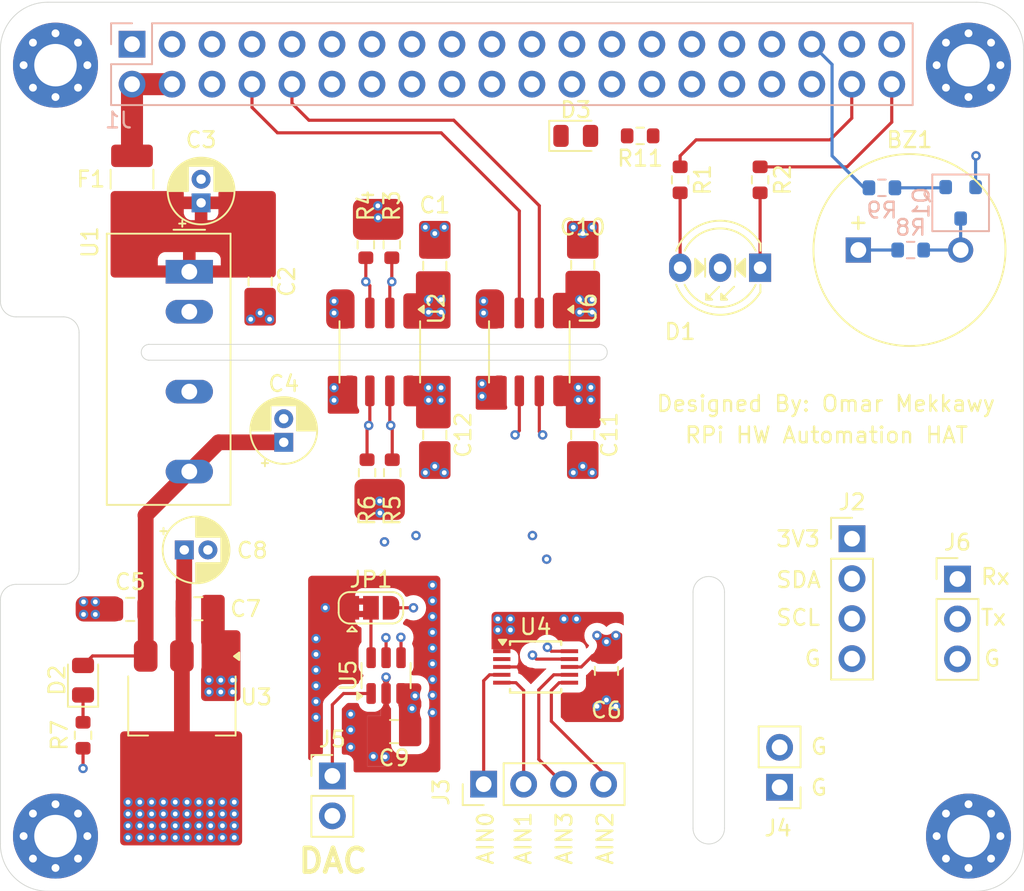
<source format=kicad_pcb>
(kicad_pcb (version 20240108) (generator "pcbnew") (generator_version "8.0")
  (layers (0 "F.Cu" signal) (1 "In1.Cu" power) (2 "In2.Cu" power) (31 "B.Cu" signal) (34 "B.Paste" user) (35 "F.Paste" user) (36 "B.SilkS" user "B.Silkscreen") (37 "F.SilkS" user "F.Silkscreen") (38 "B.Mask" user) (39 "F.Mask" user) (44 "Edge.Cuts" user))
  (net 0 "")
  (net 1 "+3.3V")
  (net 2 "Net-(Q1-C)")
  (net 3 "GND")
  (net 4 "Net-(U1-Vin)")
  (net 5 "/5V_ISO")
  (net 6 "GND1")
  (net 7 "/3V3_ISO")
  (net 8 "Net-(D1-A1)")
  (net 9 "Net-(D1-A2)")
  (net 10 "Net-(D2-K)")
  (net 11 "Net-(D3-A)")
  (net 12 "+5V")
  (net 15 "/SDA")
  (net 16 "/UART_Tx")
  (net 17 "/BUZZER")
  (net 20 "/UART_Rx")
  (net 25 "/SCL")
  (net 31 "/LED_R")
  (net 34 "/LED_G")
  (net 41 "/SCL_ISO")
  (net 42 "/SDA_ISO")
  (net 43 "/ADC_AIN1")
  (net 44 "/ADC_AIN2")
  (net 45 "/ADC_AIN0")
  (net 46 "/ADC_AIN3")
  (net 47 "/DAC_OUT")
  (net 48 "Net-(JP1-C)")
  (net 49 "Net-(Q1-B)")
  (net 50 "/LED_O")
  (net 52 "/UART_Rx_ISO")
  (net 53 "/UART_Tx_ISO")
  (footprint "Capacitor_SMD:C_0805_2012Metric" (layer "F.Cu") (at 127.595 71 -90)
    (property "Reference" "C12")
    (property "Value" "100n")
  )
  (footprint "Capacitor_SMD:C_0805_2012Metric" (layer "F.Cu") (at 125.008 89.856 180)
    (property "Reference" "C9")
    (property "Value" "100n")
  )
  (footprint "MountingHole:MountingHole_2.7mm_M2.5_Pad_Via" (layer "F.Cu") (at 103.5 47.5)
    (property "Reference" "REF**" (hide yes))
    (property "Value" "MountingHole_2.7mm_M2.5_Pad_Via" (hide yes))
  )
  (footprint "Buzzer_Beeper:MagneticBuzzer_ProSignal_ABT-410-RC" (layer "F.Cu") (at 154.5 59.25)
    (property "Reference" "BZ1")
    (property "Value" "Buzzer_5V")
  )
  (footprint "MountingHole:MountingHole_2.7mm_M2.5_Pad_Via" (layer "F.Cu") (at 161.5 96.5)
    (property "Reference" "REF**" (hide yes))
    (property "Value" "MountingHole_2.7mm_M2.5_Pad_Via" (hide yes))
  )
  (footprint "Capacitor_SMD:C_0805_2012Metric" (layer "F.Cu") (at 127.595 60.2525 90)
    (property "Reference" "C1")
    (property "Value" "100n")
  )
  (footprint "Resistor_SMD:R_0603_1608Metric" (layer "F.Cu") (at 123.292025 73.403603 90)
    (property "Reference" "R6")
    (property "Value" "10k")
  )
  (footprint "Resistor_SMD:R_0603_1608Metric" (layer "F.Cu") (at 123.214 58.915 -90)
    (property "Reference" "R4")
    (property "Value" "10k")
  )
  (footprint "LED_SMD:LED_0805_2012Metric" (layer "F.Cu") (at 136.55 51.994)
    (property "Reference" "D3")
    (property "Value" "LED")
  )
  (footprint "Package_SO:SOIC-8_3.9x4.9mm_P1.27mm" (layer "F.Cu") (at 124.103 65.725 -90)
    (property "Reference" "U2")
    (property "Value" "ADuM1250ARZ" (hide yes))
  )
  (footprint "Package_TO_SOT_SMD:SOT-23-6" (layer "F.Cu") (at 124.5 86.3 90)
    (property "Reference" "U5")
    (property "Value" "MCP4725xxx-xCH")
  )
  (footprint "PCM_LED_THT_AKL:LED_D5.0mm-3_CC" (layer "F.Cu") (at 148.26 60.376 180)
    (property "Reference" "D1")
    (property "Value" "LED_Dual_AKA" (hide yes))
  )
  (footprint "Resistor_SMD:R_0603_1608Metric" (layer "F.Cu") (at 148.26 54.788 -90)
    (property "Reference" "R2")
    (property "Value" "220R")
  )
  (footprint "Package_SO:SOIC-8_3.9x4.9mm_P1.27mm" (layer "F.Cu") (at 133.6 65.725 -90)
    (property "Reference" "U6")
    (property "Value" "ADuM1201AR" (hide yes))
  )
  (footprint "Package_SO:TSSOP-10_3x3mm_P0.5mm" (layer "F.Cu") (at 134 85.75)
    (property "Reference" "U4")
    (property "Value" "ADS1115IDGS")
  )
  (footprint "Package_TO_SOT_SMD:SOT-223-3_TabPin2" (layer "F.Cu") (at 111.53 88.2 -90)
    (property "Reference" "U3")
    (property "Value" "AMS1117-3.3")
  )
  (footprint "Connector_PinHeader_2.54mm:PinHeader_1x04_P2.54mm_Vertical" (layer "F.Cu") (at 130.7 93.2 90)
    (property "Reference" "J3")
    (property "Value" "Conn_01x04_Male")
  )
  (footprint "Connector_PinHeader_2.54mm:PinHeader_1x03_P2.54mm_Vertical" (layer "F.Cu") (at 160.8 80.16)
    (property "Reference" "J6")
    (property "Value" "Conn_01x03")
  )
  (footprint "Resistor_SMD:R_0603_1608Metric" (layer "F.Cu") (at 124.865 58.915 -90)
    (property "Reference" "R3")
    (property "Value" "10k")
  )
  (footprint "Capacitor_THT:CP_Radial_D4.0mm_P1.50mm" (layer "F.Cu") (at 118 71.472599 90)
    (property "Reference" "C4")
    (property "Value" "10u")
  )
  (footprint "MountingHole:MountingHole_2.7mm_M2.5_Pad_Via" (layer "F.Cu") (at 161.5 47.5)
    (property "Reference" "REF**" (hide yes))
    (property "Value" "MountingHole_2.7mm_M2.5_Pad_Via" (hide yes))
  )
  (footprint "Resistor_SMD:R_0603_1608Metric" (layer "F.Cu") (at 143.18 54.788 -90)
    (property "Reference" "R1")
    (property "Value" "220R")
  )
  (footprint "MountingHole:MountingHole_2.7mm_M2.5_Pad_Via" (layer "F.Cu") (at 103.5 96.5)
    (property "Reference" "REF**" (hide yes))
    (property "Value" "MountingHole_2.7mm_M2.5_Pad_Via" (hide yes))
  )
  (footprint "LED_SMD:LED_0805_2012Metric" (layer "F.Cu") (at 105.25 86.5917 90)
    (property "Reference" "D2")
    (property "Value" "LED")
  )
  (footprint "Capacitor_SMD:C_0805_2012Metric" (layer "F.Cu") (at 116.5 61.25 -90)
    (property "Reference" "C2")
    (property "Value" "100n")
  )
  (footprint "Capacitor_SMD:C_0805_2012Metric" (layer "F.Cu") (at 136.995 60.2 90)
    (property "Reference" "C10")
    (property "Value" "100n")
  )
  (footprint "Fuse:Fuse_1210_3225Metric_Pad1.42x2.65mm_HandSolder" (layer "F.Cu") (at 108.360689 54.75 -90)
    (property "Reference" "F1")
    (property "Value" "Polyfuse" (hide yes))
  )
  (footprint "Connector_PinHeader_2.54mm:PinHeader_1x02_P2.54mm_Vertical" (layer "F.Cu") (at 121.0875 92.675)
    (property "Reference" "J5")
    (property "Value" "Conn_01x02_Male")
  )
  (footprint "Resistor_SMD:R_0603_1608Metric" (layer "F.Cu") (at 140.64 51.994 180)
    (property "Reference" "R11")
    (property "Value" "220R")
  )
  (footprint "Capacitor_THT:CP_Radial_D4.0mm_P1.50mm" (layer "F.Cu") (at 112.75 56.25 90)
    (property "Reference" "C3")
    (property "Value" "10u")
  )
  (footprint "Connector_PinHeader_2.54mm:PinHeader_1x04_P2.54mm_Vertical" (layer "F.Cu") (at 154.1 77.6)
    (property "Reference" "J2")
    (property "Value" "Conn_01x04_Male")
  )
  (footprint "Resistor_SMD:R_0603_1608Metric" (layer "F.Cu") (at 105.25 90.0917 90)
    (property "Reference" "R7")
    (property "Value" "220R")
  )
  (footprint "Capacitor_SMD:C_0805_2012Metric" (layer "F.Cu") (at 108.25 82.0917 180)
    (property "Reference" "C5")
    (property "Value" "100n")
  )
  (footprint "Resistor_SMD:R_0603_1608Metric" (layer "F.Cu") (at 124.892025 73.403603 90)
    (property "Reference" "R5")
    (property "Value" "10k")
  )
  (footprint "Capacitor_SMD:C_0805_2012Metric" (layer "F.Cu") (at 136.995 71 -90)
    (property "Reference" "C11")
    (property "Value" "100n")
  )
  (footprint "Capacitor_SMD:C_0805_2012Metric" (layer "F.Cu") (at 138.5 86 -90)
    (property "Reference" "C6")
    (property "Value" "100n")
  )
  (footprint "Capacitor_SMD:C_0805_2012Metric" (layer "F.Cu") (at 112.58 82.05)
    (property "Reference" "C7")
    (property "Value" "100n")
  )
  (footprint "Converter_DCDC:Converter_DCDC_TRACO_TMR-1-xxxx_Single_THT" (layer "F.Cu") (at 112 60.63 -90)
    (property "Reference" "U1")
    (property "Value" "B0505LS-1WR3")
  )
  (footprint "Capacitor_THT:CP_Radial_D4.0mm_P1.50mm" (layer "F.Cu") (at 111.6814 78.312)
    (property "Reference" "C8")
    (property "Value" "1u")
  )
  (footprint "Jumper:SolderJumper-3_P1.3mm_Bridged2Bar12_RoundedPad1.0x1.5mm" (layer "F.Cu") (at 123.539098 81.988371)
    (property "Reference" "JP1")
    (property "Value" "SolderJumper_3_Bridged12")
  )
  (footprint "Connector_PinHeader_2.54mm:PinHeader_1x02_P2.54mm_Vertical" (layer "F.Cu") (at 149.5 93.4 180)
    (property "Reference" "J4")
    (property "Value" "Conn_01x02_Male")
  )
  (footprint "Resistor_SMD:R_0603_1608Metric" (layer "B.Cu") (at 157.825 59.25 180)
    (property "Reference" "R8")
    (property "Value" "1k")
  )
  (footprint "PCM_Package_TO_SOT_SMD_AKL:SOT-23" (layer "B.Cu") (at 161 56.25 -90)
    (property "Reference" "Q1")
    (property "Value" "MMBT3904" (hide yes))
  )
  (footprint "Resistor_SMD:R_0603_1608Metric" (layer "B.Cu") (at 156 55.296)
    (property "Reference" "R9")
    (property "Value" "1k")
  )
  (footprint "Connector_PinHeader_2.54mm:PinHeader_2x20_P2.54mm_Vertical" (layer "B.Cu") (at 132.5 47.5)
    (property "Reference" "J1")
    (property "Value" "Raspberry_Pi_2_3" (hide yes))
  )
  (gr_arc (start 103 100) (mid 100.87868 99.12132) (end 100 97) (stroke (width 0.05)) (layer "Edge.Cuts"))
  (gr_line (start 109.371 66.25) (end 138.05 66.25) (stroke (width 0.05)) (layer "Edge.Cuts"))
  (gr_line (start 144 81) (end 144 96) (stroke (width 0.05)) (layer "Edge.Cuts"))
  (gr_line (start 100 97) (end 100 81.5) (stroke (width 0.05)) (layer "Edge.Cuts"))
  (gr_arc (start 105 79.5) (mid 104.707106 80.207106) (end 104 80.5) (stroke (width 0.05)) (layer "Edge.Cuts"))
  (gr_arc (start 138.05 65.25) (mid 138.55 65.75) (end 138.05 66.25) (stroke (width 0.05)) (layer "Edge.Cuts"))
  (gr_line (start 165 97) (end 165 46.5) (stroke (width 0.05)) (layer "Edge.Cuts"))
  (gr_arc (start 162 43.5) (mid 164.12132 44.37868) (end 165 46.5) (stroke (width 0.05)) (layer "Edge.Cuts"))
  (gr_line (start 146 96) (end 146 81) (stroke (width 0.05)) (layer "Edge.Cuts"))
  (gr_line (start 162 43.5) (end 103 43.5) (stroke (width 0.05)) (layer "Edge.Cuts"))
  (gr_line (start 105 64.5) (end 105 79.5) (stroke (width 0.05)) (layer "Edge.Cuts"))
  (gr_arc (start 165 97) (mid 164.12132 99.12132) (end 162 100) (stroke (width 0.05)) (layer "Edge.Cuts"))
  (gr_line (start 138.05 65.25) (end 109.371 65.25) (stroke (width 0.05)) (layer "Edge.Cuts"))
  (gr_arc (start 144 81) (mid 145 80) (end 146 81) (stroke (width 0.05)) (layer "Edge.Cuts"))
  (gr_line (start 101 80.5) (end 104 80.5) (stroke (width 0.05)) (layer "Edge.Cuts"))
  (gr_line (start 103 100) (end 162 100) (stroke (width 0.05)) (layer "Edge.Cuts"))
  (gr_arc (start 146 96) (mid 145 97) (end 144 96) (stroke (width 0.05)) (layer "Edge.Cuts"))
  (gr_arc (start 100 46.5) (mid 100.87868 44.37868) (end 103 43.5) (stroke (width 0.05)) (layer "Edge.Cuts"))
  (gr_line (start 100 62.5) (end 100 46.5) (stroke (width 0.05)) (layer "Edge.Cuts"))
  (gr_arc (start 100 81.5) (mid 100.292893 80.792893) (end 101 80.5) (stroke (width 0.05)) (layer "Edge.Cuts"))
  (gr_arc (start 104 63.5) (mid 104.707107 63.792893) (end 105 64.5) (stroke (width 0.05)) (layer "Edge.Cuts"))
  (gr_arc (start 101 63.5) (mid 100.292892 63.207107) (end 100 62.5) (stroke (width 0.05)) (layer "Edge.Cuts"))
  (gr_arc (start 109.45 66.25) (mid 108.95 65.75) (end 109.45 65.25) (stroke (width 0.05)) (layer "Edge.Cuts"))
  (gr_line (start 104 63.5) (end 101 63.5) (stroke (width 0.05)) (layer "Edge.Cuts"))
  (gr_text "Rx" (at 162.2 80.6 0) (layer "F.SilkS") (effects (font (size 1 1)) (justify left bottom)))
  (gr_text "RPi HW Automation HAT" (at 143.4 71.6 0) (layer "F.SilkS") (effects (font (size 1 1)) (justify left bottom)))
  (gr_text "G" (at 162.4 85.8 0) (layer "F.SilkS") (effects (font (size 1 1)) (justify left bottom)))
  (gr_text "AIN1" (at 133.8 98.4 90) (layer "F.SilkS") (effects (font (size 1 1)) (justify left bottom)))
  (gr_text "G" (at 151 85.8 0) (layer "F.SilkS") (effects (font (size 1 1)) (justify left bottom)))
  (gr_text "SDA" (at 149.2 80.8 0) (layer "F.SilkS") (effects (font (size 1 1)) (justify left bottom)))
  (gr_text "SCL" (at 149.2 83.2 0) (layer "F.SilkS") (effects (font (size 1 1)) (justify left bottom)))
  (gr_text "AIN0" (at 131.4 98.4 90) (layer "F.SilkS") (effects (font (size 1 1)) (justify left bottom)))
  (gr_text "3V3" (at 149.2 78.2 0) (layer "F.SilkS") (effects (font (size 1 1)) (justify left bottom)))
  (gr_text "AIN3" (at 136.4 98.4 90) (layer "F.SilkS") (effects (font (size 1 1)) (justify left bottom)))
  (gr_text "AIN2" (at 139 98.4 90) (layer "F.SilkS") (effects (font (size 1 1)) (justify left bottom)))
  (gr_text "G" (at 151.4 94 0) (layer "F.SilkS") (effects (font (size 1 1)) (justify left bottom)))
  (gr_text "G" (at 151.4 91.4 0) (layer "F.SilkS") (effects (font (size 1 1)) (justify left bottom)))
  (gr_text "Designed By: Omar Mekkawy" (at 141.6 69.6 0) (layer "F.SilkS") (effects (font (size 1 1)) (justify left bottom)))
  (gr_text "DAC" (at 118.7875 98.95 0) (layer "F.SilkS") (effects (font (size 1.5 1.5) (thickness 0.3) (bold yes)) (justify left bottom)))
  (gr_text "Tx" (at 162.2 83.2 0) (layer "F.SilkS") (effects (font (size 1 1)) (justify left bottom)))
  (via (at 137.595 62.4) (size 0.6) (drill 0.3) (layers "F.Cu" "B.Cu") (net 1))
  (via (at 127.995 62.4) (size 0.6) (drill 0.3) (layers "F.Cu" "B.Cu") (net 1))
  (via (at 136.795 63.2) (size 0.6) (drill 0.3) (layers "F.Cu" "B.Cu") (net 1))
  (via (at 136.795 62.4) (size 0.6) (drill 0.3) (layers "F.Cu" "B.Cu") (net 1))
  (via (at 123.995 57.2) (size 0.6) (drill 0.3) (layers "F.Cu" "B.Cu") (net 1))
  (via (at 127.995 63.2) (size 0.6) (drill 0.3) (layers "F.Cu" "B.Cu") (net 1))
  (via (at 123.976 56.439) (size 0.6) (drill 0.3) (layers "F.Cu" "B.Cu") (net 1))
  (via (at 127.195 62.4) (size 0.6) (drill 0.3) (layers "F.Cu" "B.Cu") (net 1))
  (via (at 127.195 63.2) (size 0.6) (drill 0.3) (layers "F.Cu" "B.Cu") (net 1))
  (via (at 137.595 63.2) (size 0.6) (drill 0.3) (layers "F.Cu" "B.Cu") (net 1))
  (segment (start 154.5 59.25) (end 157 59.25) (width 0.2) (layer "B.Cu") (net 1))
  (segment (start 158.65 59.25) (end 161 59.25) (width 0.2) (layer "B.Cu") (net 2))
  (segment (start 161 57.25) (end 161 59.25) (width 0.2) (layer "B.Cu") (net 2))
  (via (at 127.595 58.2) (size 0.6) (drill 0.3) (layers "F.Cu" "B.Cu") (net 3))
  (via (at 161.976 53.264) (size 0.6) (drill 0.3) (layers "F.Cu" "B.Cu") (net 3))
  (via (at 121.195 63.25) (size 0.6) (drill 0.3) (layers "F.Cu" "B.Cu") (net 3))
  (via (at 116.5 63.25) (size 0.6) (drill 0.3) (layers "F.Cu" "B.Cu") (net 3))
  (via (at 128.195 57.8) (size 0.6) (drill 0.3) (layers "F.Cu" "B.Cu") (net 3))
  (via (at 121.195 62.5) (size 0.6) (drill 0.3) (layers "F.Cu" "B.Cu") (net 3))
  (via (at 115.9 63.65) (size 0.6) (drill 0.3) (layers "F.Cu" "B.Cu") (net 3))
  (via (at 117.1 63.65) (size 0.6) (drill 0.3) (layers "F.Cu" "B.Cu") (net 3))
  (via (at 126.995 57.8) (size 0.6) (drill 0.3) (layers "F.Cu" "B.Cu") (net 3))
  (via (at 130.695 62.5) (size 0.6) (drill 0.3) (layers "F.Cu" "B.Cu") (net 3))
  (via (at 136.395 57.8) (size 0.6) (drill 0.3) (layers "F.Cu" "B.Cu") (net 3))
  (via (at 130.695 63.25) (size 0.6) (drill 0.3) (layers "F.Cu" "B.Cu") (net 3))
  (via (at 136.995 58.2) (size 0.6) (drill 0.3) (layers "F.Cu" "B.Cu") (net 3))
  (via (at 137.595 57.8) (size 0.6) (drill 0.3) (layers "F.Cu" "B.Cu") (net 3))
  (segment (start 161.95 53.29) (end 161.976 53.264) (width 0.2) (layer "B.Cu") (net 3))
  (segment (start 161.95 55.25) (end 161.95 53.29) (width 0.2) (layer "B.Cu") (net 3))
  (segment (start 118 71.472599) (end 113.857401 71.472599) (width 1) (layer "F.Cu") (net 5))
  (segment (start 109.219386 76.110614) (end 112 73.33) (width 1) (layer "F.Cu") (net 5))
  (segment (start 105.8542 85.05) (end 105.25 85.6542) (width 0.2) (layer "F.Cu") (net 5))
  (segment (start 109.23 85.05) (end 105.8542 85.05) (width 0.2) (layer "F.Cu") (net 5))
  (segment (start 113.857401 71.472599) (end 112 73.33) (width 1) (layer "F.Cu") (net 5))
  (segment (start 109.23 76.121228) (end 109.23 85.05) (width 1) (layer "F.Cu") (net 5))
  (segment (start 109.219386 76.110614) (end 109.23 76.121228) (width 1) (layer "F.Cu") (net 5))
  (segment (start 109.219386 85.039386) (end 109.102 84.922) (width 0.2) (layer "F.Cu") (net 5))
  (segment (start 109.219386 85.039386) (end 109.23 85.05) (width 0.2) (layer "F.Cu") (net 5))
  (segment (start 113.634 82.05) (end 113.83 82.246) (width 0.2) (layer "F.Cu") (net 6))
  (segment (start 131.85 85.75) (end 133.35 85.75) (width 0.2) (layer "F.Cu") (net 6))
  (segment (start 120.64 81.99) (end 120.641629 81.988371) (width 0.2) (layer "F.Cu") (net 6))
  (segment (start 113.53 82.05) (end 113.634 82.05) (width 0.2) (layer "F.Cu") (net 6))
  (segment (start 105.25 90.9167) (end 105.25 92.2) (width 0.2) (layer "F.Cu") (net 6))
  (segment (start 122.239098 81.988371) (end 120.641629 81.988371) (width 0.2) (layer "F.Cu") (net 6))
  (via (at 113.25 87.3417) (size 0.6) (drill 0.3) (layers "F.Cu" "B.Cu") (net 6))
  (via (at 123.69 91.44) (size 0.6) (drill 0.3) (layers "F.Cu" "B.Cu") (net 6))
  (via (at 121.195 68.8) (size 0.6) (drill 0.3) (layers "F.Cu" "B.Cu") (net 6))
  (via (at 136.995 73) (size 0.6) (drill 0.3) (layers "F.Cu" "B.Cu") (net 6))
  (via (at 127.45 88.65) (size 0.6) (drill 0.3) (layers "F.Cu" "B.Cu") (net 6))
  (via (at 122.25 88.75) (size 0.6) (drill 0.3) (layers "F.Cu" "B.Cu") (net 6))
  (via (at 120.05 86.95) (size 0.6) (drill 0.3) (layers "F.Cu" "B.Cu") (net 6))
  (via (at 139.1 88.25) (size 0.6) (drill 0.3) (layers "F.Cu" "B.Cu") (net 6))
  (via (at 131.6 82.7) (size 0.6) (drill 0.3) (layers "F.Cu" "B.Cu") (net 6))
  (via (at 120.05 88.95) (size 0.6) (drill 0.3) (layers "F.Cu" "B.Cu") (net 6))
  (via (at 128.195 73.4) (size 0.6) (drill 0.3) (layers "F.Cu" "B.Cu") (net 6))
  (via (at 124.5 86.4) (size 0.6) (drill 0.3) (layers "F.Cu" "B.Cu") (net 6))
  (via (at 127.45 83.55) (size 0.6) (drill 0.3) (layers "F.Cu" "B.Cu") (net 6))
  (via (at 113.25 86.5917) (size 0.6) (drill 0.3) (layers "F.Cu" "B.Cu") (net 6))
  (via (at 120.05 83.95) (size 0.6) (drill 0.3) (layers "F.Cu" "B.Cu") (net 6))
  (via (at 132.4 82.7) (size 0.6) (drill 0.3) (layers "F.Cu" "B.Cu") (net 6))
  (via (at 127.45 84.55) (size 0.6) (drill 0.3) (layers "F.Cu" "B.Cu") (net 6))
  (via (at 127.45 87.55) (size 0.6) (drill 0.3) (layers "F.Cu" "B.Cu") (net 6))
  (via (at 127.45 82.55) (size 0.6) (drill 0.3) (layers "F.Cu" "B.Cu") (net 6))
  (via (at 105.281357 82.411086) (size 0.6) (drill 0.3) (layers "F.Cu" "B.Cu") (net 6))
  (via (at 122.25 90.85) (size 0.6) (drill 0.3) (layers "F.Cu" "B.Cu") (net 6))
  (via (at 120.05 87.95) (size 0.6) (drill 0.3) (layers "F.Cu" "B.Cu") (net 6))
  (via (at 130.595 68.55) (size 0.6) (drill 0.3) (layers "F.Cu" "B.Cu") (net 6))
  (via (at 135.8 82.7) (size 0.6) (drill 0.3) (layers "F.Cu" "B.Cu") (net 6))
  (via (at 105.25 92.2) (size 0.6) (drill 0.3) (layers "F.Cu" "B.Cu") (net 6))
  (via (at 105.281357 81.611086) (size 0.6) (drill 0.3) (layers "F.Cu" "B.Cu") (net 6))
  (via (at 127.45 81.55) (size 0.6) (drill 0.3) (layers "F.Cu" "B.Cu") (net 6))
  (via (at 131.6 83.4) (size 0.6) (drill 0.3) (layers "F.Cu" "B.Cu") (net 6))
  (via (at 114.75 87.3417) (size 0.6) (drill 0.3) (layers "F.Cu" "B.Cu") (net 6))
  (via (at 127.595 73) (size 0.6) (drill 0.3) (layers "F.Cu" "B.Cu") (net 6))
  (via (at 114.75 86.5917) (size 0.6) (drill 0.3) (layers "F.Cu" "B.Cu") (net 6))
  (via (at 127.45 86.55) (size 0.6) (drill 0.3) (layers "F.Cu" "B.Cu") (net 6))
  (via (at 120.05 85.95) (size 0.6) (drill 0.3) (layers "F.Cu" "B.Cu") (net 6))
  (via (at 114 87.3417) (size 0.6) (drill 0.3) (layers "F.Cu" "B.Cu") (net 6))
  (via (at 124.44 91.465) (size 0.6) (drill 0.3) (layers "F.Cu" "B.Cu") (net 6))
  (via (at 106.031357 81.611086) (size 0.6) (drill 0.3) (layers "F.Cu" "B.Cu") (net 6))
  (via (at 137.595 73.4) (size 0.6) (drill 0.3) (layers "F.Cu" "B.Cu") (net 6))
  (via (at 132.4 83.4) (size 0.6) (drill 0.3) (layers "F.Cu" "B.Cu") (net 6))
  (via (at 106.031357 82.411086) (size 0.6) (drill 0.3) (layers "F.Cu" "B.Cu") (net 6))
  (via (at 127.45 80.55) (size 0.6) (drill 0.3) (layers "F.Cu" "B.Cu") (net 6))
  (via (at 138.5 87.85) (size 0.6) (drill 0.3) (layers "F.Cu" "B.Cu") (net 6))
  (via (at 127.45 85.55) (size 0.6) (drill 0.3) (layers "F.Cu" "B.Cu") (net 6))
  (via (at 122.25 89.75) (size 0.6) (drill 0.3) (layers "F.Cu" "B.Cu") (net 6))
  (via (at 114 86.5917) (size 0.6) (drill 0.3) (layers "F.Cu" "B.Cu") (net 6))
  (via (at 120.05 84.95) (size 0.6) (drill 0.3) (layers "F.Cu" "B.Cu") (net 6))
  (via (at 121.195 68) (size 0.6) (drill 0.3) (layers "F.Cu" "B.Cu") (net 6))
  (via (at 126.995 73.4) (size 0.6) (drill 0.3) (layers "F.Cu" "B.Cu") (net 6))
  (via (at 136.395 73.4) (size 0.6) (drill 0.3) (layers "F.Cu" "B.Cu") (net 6))
  (via (at 130.595 67.75) (size 0.6) (drill 0.3) (layers "F.Cu" "B.Cu") (net 6))
  (via (at 136.6 82.7) (size 0.6) (drill 0.3) (layers "F.Cu" "B.Cu") (net 6))
  (via (at 120.641629 81.988371) (size 0.6) (drill 0.3) (layers "F.Cu" "B.Cu") (net 6))
  (via (at 137.9 88.25) (size 0.6) (drill 0.3) (layers "F.Cu" "B.Cu") (net 6))
  (segment (start 136.9 85.75) (end 137.6 85.05) (width 0.2) (layer "F.Cu") (net 7))
  (segment (start 137.6 85.05) (end 138.5 85.05) (width 0.2) (layer "F.Cu") (net 7))
  (segment (start 126.04 81.99) (end 126.24 81.99) (width 0.2) (layer "F.Cu") (net 7))
  (segment (start 126.038371 81.988371) (end 126.04 81.99) (width 0.2) (layer "F.Cu") (net 7))
  (segment (start 111.63 84.95) (end 111.53 85.05) (width 0.2) (layer "F.Cu") (net 7))
  (segment (start 111.642 80.344) (end 111.642 82.038) (width 1) (layer "F.Cu") (net 7))
  (segment (start 136.15 85.75) (end 136.9 85.75) (width 0.2) (layer "F.Cu") (net 7))
  (segment (start 111.642 82.038) (end 111.63 82.05) (width 0.2) (layer "F.Cu") (net 7))
  (segment (start 111.6814 80.3046) (end 111.642 80.344) (width 1) (layer "F.Cu") (net 7))
  (segment (start 124.839098 81.988371) (end 126.038371 81.988371) (width 0.2) (layer "F.Cu") (net 7))
  (segment (start 111.6814 78.312) (end 111.6814 80.3046) (width 1) (layer "F.Cu") (net 7))
  (segment (start 111.63 82.05) (end 111.63 84.95) (width 1) (layer "F.Cu") (net 7))
  (segment (start 111.53 91.35) (end 111.53 85.05) (width 1) (layer "F.Cu") (net 7))
  (via (at 108.857104 96.5917) (size 0.6) (drill 0.3) (layers "F.Cu" "B.Cu") (net 7))
  (via (at 111.107104 95.0917) (size 0.6) (drill 0.3) (layers "F.Cu" "B.Cu") (net 7))
  (via (at 112.607104 96.5917) (size 0.6) (drill 0.3) (layers "F.Cu" "B.Cu") (net 7))
  (via (at 111.857104 94.3417) (size 0.6) (drill 0.3) (layers "F.Cu" "B.Cu") (net 7))
  (via (at 126.15 88.39) (size 0.6) (drill 0.3) (layers "F.Cu" "B.Cu") (net 7))
  (via (at 113.357104 94.3417) (size 0.6) (drill 0.3) (layers "F.Cu" "B.Cu") (net 7))
  (via (at 111.857104 95.0917) (size 0.6) (drill 0.3) (layers "F.Cu" "B.Cu") (net 7))
  (via (at 108.857104 94.3417) (size 0.6) (drill 0.3) (layers "F.Cu" "B.Cu") (net 7))
  (via (at 110.357104 95.8417) (size 0.6) (drill 0.3) (layers "F.Cu" "B.Cu") (net 7))
  (via (at 126.34 87.59) (size 0.6) (drill 0.3) (layers "F.Cu" "B.Cu") (net 7))
  (via (at 136.709788 67.981064) (size 0.6) (drill 0.3) (layers "F.Cu" "B.Cu") (net 7))
  (via (at 108.107104 94.3417) (size 0.6) (drill 0.3) (layers "F.Cu" "B.Cu") (net 7))
  (via (at 124.092025 75.203603) (size 0.6) (drill 0.3) (layers "F.Cu" "B.Cu") (net 7))
  (via (at 113.357104 95.8417) (size 0.6) (drill 0.3) (layers "F.Cu" "B.Cu") (net 7))
  (via (at 114.857104 96.5917) (size 0.6) (drill 0.3) (layers "F.Cu" "B.Cu") (net 7))
  (via (at 108.107104 95.0917) (size 0.6) (drill 0.3) (layers "F.Cu" "B.Cu") (net 7))
  (via (at 109.607104 94.3417) (size 0.6) (drill 0.3) (layers "F.Cu" "B.Cu") (net 7))
  (via (at 127.195 68.8) (size 0.6) (drill 0.3) (layers "F.Cu" "B.Cu") (net 7))
  (via (at 114.857104 94.3417) (size 0.6) (drill 0.3) (layers "F.Cu" "B.Cu") (net 7))
  (via (at 108.857104 95.8417) (size 0.6) (drill 0.3) (layers "F.Cu" "B.Cu") (net 7))
  (via (at 111.857104 96.5917) (size 0.6) (drill 0.3) (layers "F.Cu" "B.Cu") (net 7))
  (via (at 112.607104 95.8417) (size 0.6) (drill 0.3) (layers "F.Cu" "B.Cu") (net 7))
  (via (at 109.607104 95.8417) (size 0.6) (drill 0.3) (layers "F.Cu" "B.Cu") (net 7))
  (via (at 127.995 68) (size 0.6) (drill 0.3) (layers "F.Cu" "B.Cu") (net 7))
  (via (at 110.357104 94.3417) (size 0.6) (drill 0.3) (layers "F.Cu" "B.Cu") (net 7))
  (via (at 114.107104 95.8417) (size 0.6) (drill 0.3) (layers "F.Cu" "B.Cu") (net 7))
  (via (at 109.607104 95.0917) (size 0.6) (drill 0.3) (layers "F.Cu" "B.Cu") (net 7))
  (via (at 114.107104 94.3417) (size 0.6) (drill 0.3) (layers "F.Cu" "B.Cu") (net 7))
  (via (at 137.9 83.75) (size 0.6) (drill 0.3) (layers "F.Cu" "B.Cu") (net 7))
  (via (at 114.107104 96.5917) (size 0.6) (drill 0.3) (layers "F.Cu" "B.Cu") (net 7))
  (via (at 136.709788 68.781064) (size 0.6) (drill 0.3) (layers "F.Cu" "B.Cu") (net 7))
  (via (at 110.357104 95.0917) (size 0.6) (drill 0.3) (layers "F.Cu" "B.Cu") (net 7))
  (via (at 114.857104 95.0917) (size 0.6) (drill 0.3) (layers "F.Cu" "B.Cu") (net 7))
  (via (at 111.107104 94.3417) (size 0.6) (drill 0.3) (layers "F.Cu" "B.Cu") (net 7))
  (via (at 113.357104 95.0917) (size 0.6) (drill 0.3) (layers "F.Cu" "B.Cu") (net 7))
  (via (at 112.607104 95.0917) (size 0.6) (drill 0.3) (layers "F.Cu" "B.Cu") (net 7))
  (via (at 126.24 81.99) (size 0.6) (drill 0.3) (layers "F.Cu" "B.Cu") (net 7))
  (via (at 108.107104 96.5917) (size 0.6) (drill 0.3) (layers "F.Cu" "B.Cu") (net 7))
  (via (at 139.1 83.75) (size 0.6) (drill 0.3) (layers "F.Cu" "B.Cu") (net 7))
  (via (at 111.857104 95.8417) (size 0.6) (drill 0.3) (layers "F.Cu" "B.Cu") (net 7))
  (via (at 138.5 84.15) (size 0.6) (drill 0.3) (layers "F.Cu" "B.Cu") (net 7))
  (via (at 109.607104 96.5917) (size 0.6) (drill 0.3) (layers "F.Cu" "B.Cu") (net 7))
  (via (at 114.857104 95.8417) (size 0.6) (drill 0.3) (layers "F.Cu" "B.Cu") (net 7))
  (via (at 108.857104 95.0917) (size 0.6) (drill 0.3) (layers "F.Cu" "B.Cu") (net 7))
  (via (at 114.107104 95.0917) (size 0.6) (drill 0.3) (layers "F.Cu" "B.Cu") (net 7))
  (via (at 113.357104 96.5917) (size 0.6) (drill 0.3) (layers "F.Cu" "B.Cu") (net 7))
  (via (at 111.107104 95.8417) (size 0.6) (drill 0.3) (layers "F.Cu" "B.Cu") (net 7))
  (via (at 127.995 68.8) (size 0.6) (drill 0.3) (layers "F.Cu" "B.Cu") (net 7))
  (via (at 108.107104 95.8417) (size 0.6) (drill 0.3) (layers "F.Cu" "B.Cu") (net 7))
  (via (at 127.195 68) (size 0.6) (drill 0.3) (layers "F.Cu" "B.Cu") (net 7))
  (via (at 137.509788 67.981064) (size 0.6) (drill 0.3) (layers "F.Cu" "B.Cu") (net 7))
  (via (at 124.111025 75.964603) (size 0.6) (drill 0.3) (layers "F.Cu" "B.Cu") (net 7))
  (via (at 111.107104 96.5917) (size 0.6) (drill 0.3) (layers "F.Cu" "B.Cu") (net 7))
  (via (at 137.509788 68.781064) (size 0.6) (drill 0.3) (layers "F.Cu" "B.Cu") (net 7))
  (via (at 112.607104 94.3417) (size 0.6) (drill 0.3) (layers "F.Cu" "B.Cu") (net 7))
  (via (at 110.357104 96.5917) (size 0.6) (drill 0.3) (layers "F.Cu" "B.Cu") (net 7))
  (segment (start 148.26 55.613) (end 148.26 60.376) (width 0.2) (layer "F.Cu") (net 8))
  (segment (start 143.18 60.376) (end 143.18 55.613) (width 0.2) (layer "F.Cu") (net 9))
  (segment (start 105.25 89.2667) (end 105.25 87.5292) (width 0.2) (layer "F.Cu") (net 10))
  (segment (start 108.362993 48.708216) (end 110.902993 48.708216) (width 1.4) (layer "F.Cu") (net 12))
  (segment (start 108.360689 48.71052) (end 108.362993 48.708216) (width 0.2) (layer "F.Cu") (net 12))
  (segment (start 108.362993 53.766214) (end 108.360689 53.768518) (width 0.2) (layer "F.Cu") (net 12))
  (segment (start 108.360689 53.2625) (end 108.360689 48.71052) (width 1.4) (layer "F.Cu") (net 12))
  (segment (start 124.738 61.392) (end 124.865 61.265) (width 0.2) (layer "F.Cu") (net 15))
  (segment (start 124.738 63.25) (end 124.738 61.392) (width 0.2) (layer "F.Cu") (net 15))
  (segment (start 124.865 59.74) (end 124.865 61.265) (width 0.2) (layer "F.Cu") (net 15))
  (via (at 124.865 61.265) (size 0.6) (drill 0.3) (layers "F.Cu" "B.Cu") (net 15))
  (segment (start 132.965 56.765) (end 132.965 63.25) (width 0.2) (layer "F.Cu") (net 16))
  (segment (start 115.982993 50.182993) (end 117.6 51.8) (width 0.2) (layer "F.Cu") (net 16))
  (segment (start 115.982993 48.708216) (end 115.982993 50.182993) (width 0.2) (layer "F.Cu") (net 16))
  (segment (start 117.6 51.8) (end 128 51.8) (width 0.2) (layer "F.Cu") (net 16))
  (segment (start 128 51.8) (end 132.965 56.765) (width 0.2) (layer "F.Cu") (net 16))
  (segment (start 152.832 47.457223) (end 151.542993 46.168216) (width 0.2) (layer "B.Cu") (net 17))
  (segment (start 154.864 55.296) (end 152.832 53.264) (width 0.2) (layer "B.Cu") (net 17))
  (segment (start 155.175 55.296) (end 154.864 55.296) (width 0.2) (layer "B.Cu") (net 17))
  (segment (start 152.832 53.264) (end 152.832 47.457223) (width 0.2) (layer "B.Cu") (net 17))
  (segment (start 128.8 51) (end 119.6 51) (width 0.2) (layer "F.Cu") (net 20))
  (segment (start 134.235 63.25) (end 134.235 56.435) (width 0.2) (layer "F.Cu") (net 20))
  (segment (start 134.235 56.435) (end 128.8 51) (width 0.2) (layer "F.Cu") (net 20))
  (segment (start 119.6 51) (end 118.522993 49.922993) (width 0.2) (layer "F.Cu") (net 20))
  (segment (start 118.522993 49.922993) (end 118.522993 48.708216) (width 0.2) (layer "F.Cu") (net 20))
  (segment (start 123.468 63.25) (end 123.468 61.519) (width 0.2) (layer "F.Cu") (net 25))
  (segment (start 123.468 61.519) (end 123.214 61.265) (width 0.2) (layer "F.Cu") (net 25))
  (segment (start 123.214 59.74) (end 123.214 61.265) (width 0.2) (layer "F.Cu") (net 25))
  (via (at 123.214 61.265) (size 0.6) (drill 0.3) (layers "F.Cu" "B.Cu") (net 25))
  (segment (start 152.705 52.248) (end 154.082993 50.870007) (width 0.2) (layer "F.Cu") (net 31))
  (segment (start 143.18 53.264) (end 144.196 52.248) (width 0.2) (layer "F.Cu") (net 31))
  (segment (start 144.196 52.248) (end 152.705 52.248) (width 0.2) (layer "F.Cu") (net 31))
  (segment (start 143.18 53.963) (end 143.18 53.264) (width 0.2) (layer "F.Cu") (net 31))
  (segment (start 154.082993 50.870007) (end 154.082993 48.708216) (width 0.2) (layer "F.Cu") (net 31))
  (segment (start 156.622993 51.124007) (end 156.622993 48.708216) (width 0.2) (layer "F.Cu") (net 34))
  (segment (start 153.784 53.963) (end 156.622993 51.124007) (width 0.2) (layer "F.Cu") (net 34))
  (segment (start 148.26 53.963) (end 153.784 53.963) (width 0.2) (layer "F.Cu") (net 34))
  (segment (start 136.15 84.75) (end 135 84.75) (width 0.2) (layer "F.Cu") (net 41))
  (segment (start 123.292025 70.502975) (end 123.395 70.4) (width 0.2) (layer "F.Cu") (net 41))
  (segment (start 123.468 68.2) (end 123.468 70.327) (width 0.2) (layer "F.Cu") (net 41))
  (segment (start 135 84.75) (end 134.75 84.5) (width 0.2) (layer "F.Cu") (net 41))
  (segment (start 123.292025 72.578603) (end 123.292025 70.502975) (width 0.2) (layer "F.Cu") (net 41))
  (segment (start 124.5 83.9) (end 124.49 83.89) (width 0.2) (layer "F.Cu") (net 41))
  (segment (start 124.5 85.1625) (end 124.5 83.9) (width 0.2) (layer "F.Cu") (net 41))
  (segment (start 123.468 70.327) (end 123.395 70.4) (width 0.2) (layer "F.Cu") (net 41))
  (via (at 124.4 77.8) (size 0.6) (drill 0.3) (layers "F.Cu" "B.Cu") (net 41))
  (via (at 123.395 70.4) (size 0.6) (drill 0.3) (layers "F.Cu" "B.Cu") (net 41))
  (via (at 134.75 84.5) (size 0.6) (drill 0.3) (layers "F.Cu" "B.Cu") (net 41))
  (via (at 134.7 78.9) (size 0.6) (drill 0.3) (layers "F.Cu" "B.Cu") (net 41))
  (via (at 124.49 83.89) (size 0.6) (drill 0.3) (layers "F.Cu" "B.Cu") (net 41))
  (segment (start 125.45 83.875) (end 125.44 83.865) (width 0.2) (layer "F.Cu") (net 42))
  (segment (start 124.738 70.343) (end 124.795 70.4) (width 0.2) (layer "F.Cu") (net 42))
  (segment (start 124.738 68.2) (end 124.738 70.343) (width 0.2) (layer "F.Cu") (net 42))
  (segment (start 125.45 85.1625) (end 125.45 83.875) (width 0.2) (layer "F.Cu") (net 42))
  (segment (start 133.8 85) (end 134.05 85.25) (width 0.2) (layer "F.Cu") (net 42))
  (segment (start 124.892025 72.578603) (end 124.892025 70.497025) (width 0.2) (layer "F.Cu") (net 42))
  (segment (start 134.05 85.25) (end 136.15 85.25) (width 0.2) (layer "F.Cu") (net 42))
  (segment (start 124.892025 70.497025) (end 124.795 70.4) (width 0.2) (layer "F.Cu") (net 42))
  (via (at 133.8 85) (size 0.6) (drill 0.3) (layers "F.Cu" "B.Cu") (net 42))
  (via (at 126.4 77.4) (size 0.6) (drill 0.3) (layers "F.Cu" "B.Cu") (net 42))
  (via (at 125.44 83.865) (size 0.6) (drill 0.3) (layers "F.Cu" "B.Cu") (net 42))
  (via (at 133.8 77.4) (size 0.6) (drill 0.3) (layers "F.Cu" "B.Cu") (net 42))
  (via (at 124.795 70.4) (size 0.6) (drill 0.3) (layers "F.Cu" "B.Cu") (net 42))
  (segment (start 131.85 86.75) (end 132.75 86.75) (width 0.2) (layer "F.Cu") (net 43))
  (segment (start 133.24 87.24) (end 133.24 93.2) (width 0.2) (layer "F.Cu") (net 43))
  (segment (start 132.75 86.75) (end 133.24 87.24) (width 0.2) (layer "F.Cu") (net 43))
  (segment (start 138.32 92.52) (end 135 89.2) (width 0.2) (layer "F.Cu") (net 44))
  (segment (start 135.5 86.75) (end 136.15 86.75) (width 0.2) (layer "F.Cu") (net 44))
  (segment (start 135 87.25) (end 135.5 86.75) (width 0.2) (layer "F.Cu") (net 44))
  (segment (start 138.32 93.12) (end 138.32 92.52) (width 0.2) (layer "F.Cu") (net 44))
  (segment (start 135 89.2) (end 135 87.25) (width 0.2) (layer "F.Cu") (net 44))
  (segment (start 131.075 86.25) (end 130.7 86.625) (width 0.2) (layer "F.Cu") (net 45))
  (segment (start 131.85 86.25) (end 131.075 86.25) (width 0.2) (layer "F.Cu") (net 45))
  (segment (start 130.7 86.625) (end 130.7 93.2) (width 0.2) (layer "F.Cu") (net 45))
  (segment (start 135.15 86.25) (end 136.15 86.25) (width 0.2) (layer "F.Cu") (net 46))
  (segment (start 135.78 93.2) (end 134.2 91.62) (width 0.2) (layer "F.Cu") (net 46))
  (segment (start 134.2 87.2) (end 135.15 86.25) (width 0.2) (layer "F.Cu") (net 46))
  (segment (start 134.2 91.62) (end 134.2 87.2) (width 0.2) (layer "F.Cu") (net 46))
  (segment (start 121.8 87.4375) (end 123.55 87.4375) (width 0.2) (layer "F.Cu") (net 47))
  (segment (start 121.0875 92.675) (end 121.0875 88.15) (width 0.2) (layer "F.Cu") (net 47))
  (segment (start 121.0875 88.15) (end 121.8 87.4375) (width 0.2) (layer "F.Cu") (net 47))
  (segment (start 123.539098 85.151598) (end 123.55 85.1625) (width 0.2) (layer "F.Cu") (net 48))
  (segment (start 123.539098 81.988371) (end 123.539098 85.151598) (width 0.2) (layer "F.Cu") (net 48))
  (segment (start 156.825 55.296) (end 160.004 55.296) (width 0.2) (layer "B.Cu") (net 49))
  (segment (start 160.004 55.296) (end 160.05 55.25) (width 0.2) (layer "B.Cu") (net 49))
  (segment (start 134.235 68.2) (end 134.235 70.79) (width 0.2) (layer "F.Cu") (net 52))
  (segment (start 134.235 70.79) (end 134.445 71) (width 0.2) (layer "F.Cu") (net 52))
  (via (at 134.445 71) (size 0.6) (drill 0.3) (layers "F.Cu" "B.Cu") (net 52))
  (segment (start 132.965 68.2) (end 132.965 70.73) (width 0.2) (layer "F.Cu") (net 53))
  (segment (start 132.965 70.73) (end 132.695 71) (width 0.2) (layer "F.Cu") (net 53))
  (via (at 132.695 71) (size 0.6) (drill 0.3) (layers "F.Cu" "B.Cu") (net 53))
  (zone (net 7) (net_name "/3V3_ISO") (layer "F.Cu") (priority 11) (connect_pads yes (clearance 0.5)) (min_thickness 0.25) (fill yes (thermal_gap 0.5) (thermal_bridge_width 0.5) (smoothing fillet) (radius 0.25))
    (polygon (pts (xy 126.74 90.79) (xy 126.74 88.79) (xy 126.74 86.79) (xy 126.14 86.79) (xy 125.14 86.79) (xy 125.14 90.79) (xy 125.34 90.79)))
  )
  (zone (net 6) (net_name "GND1") (layer "F.Cu") (priority 2) (connect_pads yes (clearance 0.5)) (min_thickness 0.25) (fill yes (thermal_gap 0.5) (thermal_bridge_width 0.5))
    (polygon (pts (xy 120.795 69.65) (xy 120.795 67.15) (xy 122.795 67.15) (xy 122.795 69.65)))
  )
  (zone (net 6) (net_name "GND1") (layer "F.Cu") (priority 2) (connect_pads yes (clearance 0.5)) (min_thickness 0.25) (fill yes (thermal_gap 0.5) (thermal_bridge_width 0.5))
    (polygon (pts (xy 130.195 69.4) (xy 130.195 66.9) (xy 132.195 66.9) (xy 132.195 69.4)))
  )
  (zone (net 1) (net_name "+3.3V") (layer "F.Cu") (priority 4) (connect_pads yes (clearance 0.5)) (min_thickness 0.25) (fill yes (thermal_gap 0.5) (thermal_bridge_width 0.5) (smoothing fillet) (radius 0.5))
    (polygon (pts (xy 122.395 58.6) (xy 125.595 58.6) (xy 125.595 56) (xy 122.395 56)))
  )
  (zone (net 3) (net_name "GND") (layer "F.Cu") (priority 6) (connect_pads yes (clearance 0.5)) (min_thickness 0.25) (fill yes (thermal_gap 0.5) (thermal_bridge_width 0.5) (smoothing fillet) (radius 0.25))
    (polygon (pts (xy 126.595 59.8) (xy 128.595 59.8) (xy 128.595 57.4) (xy 126.595 57.4)))
  )
  (zone (net 4) (net_name "Net-(U1-Vin)") (layer "F.Cu") (priority 8) (connect_pads thru_hole_only (clearance 0.5)) (min_thickness 0.25) (fill yes (thermal_gap 0.5) (thermal_bridge_width 0.8) (smoothing fillet) (radius 0.25))
    (polygon (pts (xy 107 55.5) (xy 117.5 55.5) (xy 117.5 61) (xy 107 61)))
  )
  (zone (net 3) (net_name "GND") (layer "F.Cu") (priority 6) (connect_pads yes (clearance 0.5)) (min_thickness 0.25) (fill yes (thermal_gap 0.5) (thermal_bridge_width 0.5) (smoothing fillet) (radius 0.25))
    (polygon (pts (xy 135.995 59.8) (xy 137.995 59.8) (xy 137.995 57.4) (xy 135.995 57.4)))
  )
  (zone (net 1) (net_name "+3.3V") (layer "F.Cu") (priority 5) (connect_pads yes (clearance 0.5)) (min_thickness 0.25) (fill yes (thermal_gap 0.5) (thermal_bridge_width 0.5) (smoothing fillet) (radius 0.25))
    (polygon (pts (xy 125.595 64.247207) (xy 128.595 64.247207) (xy 128.595 60.6) (xy 126.395 60.6) (xy 126.395 62) (xy 125.595 62)))
  )
  (zone (net 7) (net_name "/3V3_ISO") (layer "F.Cu") (priority 6) (connect_pads yes (clearance 0.5)) (min_thickness 0.25) (fill yes (thermal_gap 0.5) (thermal_bridge_width 0.5) (smoothing fillet) (radius 0.25))
    (polygon (pts (xy 137.5 85.75) (xy 139.5 85.75) (xy 139.5 83.35) (xy 137.5 83.35)))
  )
  (zone (net 6) (net_name "GND1") (layer "F.Cu") (priority 3) (connect_pads yes (clearance 0.5)) (min_thickness 0.25) (fill yes (thermal_gap 0.5) (thermal_bridge_width 0.5) (smoothing fillet) (radius 0.5))
    (polygon (pts (xy 107.781357 81.261086) (xy 107.781357 82.861086) (xy 104.781357 82.861086) (xy 104.781357 81.261086)))
  )
  (zone (net 6) (net_name "GND1") (layer "F.Cu") (priority 7) (connect_pads yes (clearance 0.5)) (min_thickness 0.025) (fill yes (thermal_gap 0.25) (thermal_bridge_width 0.25) (smoothing fillet) (radius 0.25))
    (polygon (pts (xy 131.2 82.25) (xy 131.2 89.25) (xy 139.6 89.25) (xy 139.6 82.25)))
  )
  (zone (net 3) (net_name "GND") (layer "F.Cu") (priority 6) (connect_pads yes (clearance 0.5)) (min_thickness 0.25) (fill yes (thermal_gap 0.5) (thermal_bridge_width 0.5) (smoothing fillet) (radius 0.25))
    (polygon (pts (xy 117.5 61.65) (xy 115.5 61.65) (xy 115.5 64.05) (xy 117.5 64.05)))
  )
  (zone (net 7) (net_name "/3V3_ISO") (layer "F.Cu") (priority 9) (connect_pads yes (clearance 0.5)) (min_thickness 0.25) (fill yes (thermal_gap 0.5) (thermal_bridge_width 0.5) (smoothing fillet) (radius 0.25))
    (polygon (pts (xy 107.607104 97.0917) (xy 107.607104 89.8417) (xy 115.357104 89.8417) (xy 115.357104 97.0917)))
  )
  (zone (net 7) (net_name "/3V3_ISO") (layer "F.Cu") (priority 4) (connect_pads yes (clearance 0.5)) (min_thickness 0.25) (fill yes (thermal_gap 0.5) (thermal_bridge_width 0.5) (smoothing fillet) (radius 0.5))
    (polygon (pts (xy 125.692025 73.803603) (xy 122.492025 73.803603) (xy 122.492025 76.403603) (xy 125.692025 76.403603)))
  )
  (zone (net 7) (net_name "/3V3_ISO") (layer "F.Cu") (priority 5) (connect_pads yes (clearance 0.5)) (min_thickness 0.25) (fill yes (thermal_gap 0.5) (thermal_bridge_width 0.5) (smoothing fillet) (radius 0.25))
    (polygon (pts (xy 135.119703 66.919927) (xy 138.119703 66.919927) (xy 138.119703 70.567134) (xy 135.919703 70.567134) (xy 135.919703 69.167134) (xy 135.119703 69.167134)))
  )
  (zone (net 6) (net_name "GND1") (layer "F.Cu") (priority 11) (connect_pads yes (clearance 0.5)) (min_thickness 0.25) (fill yes (thermal_gap 0.5) (thermal_bridge_width 0.5) (smoothing fillet) (radius 0.25))
    (polygon (pts (xy 124.815 86.765) (xy 124.815 92.065) (xy 123.315 92.065) (xy 123.315 88.865) (xy 124.165 88.865) (xy 124.165 86.765)))
  )
  (zone (net 3) (net_name "GND") (layer "F.Cu") (priority 2) (connect_pads yes (clearance 0.5)) (min_thickness 0.25) (fill yes (thermal_gap 0.5) (thermal_bridge_width 0.5) (smoothing fillet) (radius 0.5))
    (polygon (pts (xy 120.695 64.25) (xy 120.695 61.75) (xy 122.495 61.75) (xy 122.495 64.25)))
  )
  (zone (net 3) (net_name "GND") (layer "F.Cu") (priority 2) (connect_pads yes (clearance 0.5)) (min_thickness 0.25) (fill yes (thermal_gap 0.5) (thermal_bridge_width 0.5) (smoothing fillet) (radius 0.5))
    (polygon (pts (xy 130.195 64.25) (xy 130.195 61.75) (xy 131.995 61.75) (xy 131.995 64.25)))
  )
  (zone (net 1) (net_name "+3.3V") (layer "F.Cu") (priority 5) (connect_pads yes (clearance 0.5)) (min_thickness 0.25) (fill yes (thermal_gap 0.5) (thermal_bridge_width 0.5) (smoothing fillet) (radius 0.25))
    (polygon (pts (xy 135.094881 64.216372) (xy 138.094881 64.216372) (xy 138.094881 60.569165) (xy 135.894881 60.569165) (xy 135.894881 61.969165) (xy 135.094881 61.969165)))
  )
  (zone (net 6) (net_name "GND1") (layer "F.Cu") (priority 10) (connect_pads yes (clearance 0.5)) (min_thickness 0.25) (fill yes (thermal_gap 0.5) (thermal_bridge_width 0.5) (smoothing fillet) (radius 0.25))
    (polygon (pts (xy 119.55 79.95) (xy 127.95 79.95) (xy 127.95 92.45) (xy 119.55 92.45)))
  )
  (zone (net 6) (net_name "GND1") (layer "F.Cu") (priority 6) (connect_pads yes (clearance 0.5)) (min_thickness 0.25) (fill yes (thermal_gap 0.5) (thermal_bridge_width 0.5) (smoothing fillet) (radius 0.25))
    (polygon (pts (xy 128.595 71.4) (xy 126.595 71.4) (xy 126.595 73.8) (xy 128.595 73.8)))
  )
  (zone (net 6) (net_name "GND1") (layer "F.Cu") (priority 6) (connect_pads yes (clearance 0.5)) (min_thickness 0.25) (fill yes (thermal_gap 0.5) (thermal_bridge_width 0.5) (smoothing fillet) (radius 0.25))
    (polygon (pts (xy 137.995 71.4) (xy 135.995 71.4) (xy 135.995 73.8) (xy 137.995 73.8)))
  )
  (zone (net 7) (net_name "/3V3_ISO") (layer "F.Cu") (priority 5) (connect_pads yes (clearance 0.5)) (min_thickness 0.25) (fill yes (thermal_gap 0.5) (thermal_bridge_width 0.5) (smoothing fillet) (radius 0.25))
    (polygon (pts (xy 125.604915 66.938863) (xy 128.604915 66.938863) (xy 128.604915 70.58607) (xy 126.404915 70.58607) (xy 126.404915 69.18607) (xy 125.604915 69.18607)))
  )
  (zone (net 6) (net_name "GND1") (layer "F.Cu") (priority 1) (connect_pads yes (clearance 0.5)) (min_thickness 0.25) (fill yes (thermal_gap 0.5) (thermal_bridge_width 0.5) (smoothing fillet) (radius 0.25))
    (polygon (pts (xy 112.75 81.166) (xy 114.25 81.166) (xy 114.25 83.416) (xy 115.25 83.416) (xy 115.25 87.916) (xy 112.75 87.916)))
  )
)
</source>
